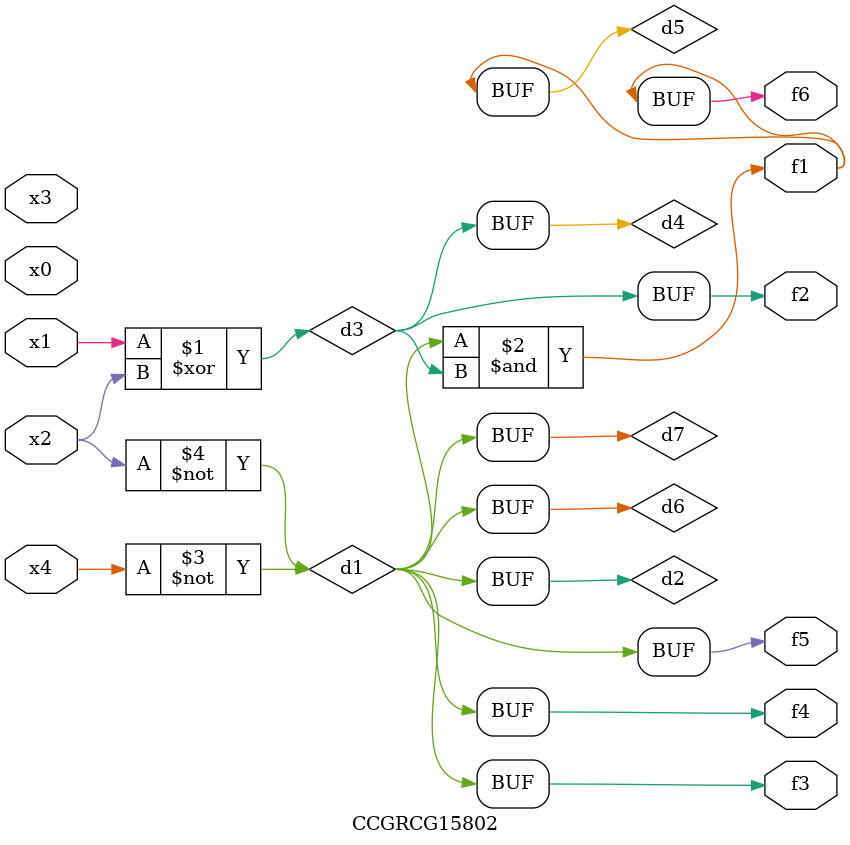
<source format=v>
module CCGRCG15802(
	input x0, x1, x2, x3, x4,
	output f1, f2, f3, f4, f5, f6
);

	wire d1, d2, d3, d4, d5, d6, d7;

	not (d1, x4);
	not (d2, x2);
	xor (d3, x1, x2);
	buf (d4, d3);
	and (d5, d1, d3);
	buf (d6, d1, d2);
	buf (d7, d2);
	assign f1 = d5;
	assign f2 = d4;
	assign f3 = d7;
	assign f4 = d7;
	assign f5 = d7;
	assign f6 = d5;
endmodule

</source>
